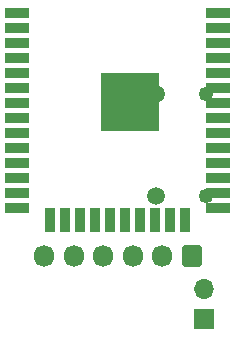
<source format=gbr>
%TF.GenerationSoftware,KiCad,Pcbnew,(6.0.2-0)*%
%TF.CreationDate,2022-02-22T20:22:38+00:00*%
%TF.ProjectId,Generic,47656e65-7269-4632-9e6b-696361645f70,6*%
%TF.SameCoordinates,Original*%
%TF.FileFunction,Soldermask,Bot*%
%TF.FilePolarity,Negative*%
%FSLAX46Y46*%
G04 Gerber Fmt 4.6, Leading zero omitted, Abs format (unit mm)*
G04 Created by KiCad (PCBNEW (6.0.2-0)) date 2022-02-22 20:22:38*
%MOMM*%
%LPD*%
G01*
G04 APERTURE LIST*
G04 Aperture macros list*
%AMRoundRect*
0 Rectangle with rounded corners*
0 $1 Rounding radius*
0 $2 $3 $4 $5 $6 $7 $8 $9 X,Y pos of 4 corners*
0 Add a 4 corners polygon primitive as box body*
4,1,4,$2,$3,$4,$5,$6,$7,$8,$9,$2,$3,0*
0 Add four circle primitives for the rounded corners*
1,1,$1+$1,$2,$3*
1,1,$1+$1,$4,$5*
1,1,$1+$1,$6,$7*
1,1,$1+$1,$8,$9*
0 Add four rect primitives between the rounded corners*
20,1,$1+$1,$2,$3,$4,$5,0*
20,1,$1+$1,$4,$5,$6,$7,0*
20,1,$1+$1,$6,$7,$8,$9,0*
20,1,$1+$1,$8,$9,$2,$3,0*%
G04 Aperture macros list end*
%ADD10C,1.500000*%
%ADD11C,1.250000*%
%ADD12R,1.700000X1.700000*%
%ADD13O,1.700000X1.700000*%
%ADD14RoundRect,0.250000X0.600000X0.675000X-0.600000X0.675000X-0.600000X-0.675000X0.600000X-0.675000X0*%
%ADD15O,1.700000X1.850000*%
%ADD16R,2.000000X0.900000*%
%ADD17R,0.900000X2.000000*%
%ADD18R,5.000000X5.000000*%
G04 APERTURE END LIST*
D10*
%TO.C,J2*%
X129965000Y-106780000D03*
D11*
X134135000Y-115420000D03*
D10*
X129965000Y-115420000D03*
D11*
X134135000Y-106780000D03*
%TD*%
D12*
%TO.C,J3*%
X134000000Y-125800000D03*
D13*
X134000000Y-123260000D03*
%TD*%
D14*
%TO.C,J1*%
X132970000Y-120500000D03*
D15*
X130470000Y-120500000D03*
X127970000Y-120500000D03*
X125470000Y-120500000D03*
X122970000Y-120500000D03*
X120470000Y-120500000D03*
%TD*%
D16*
%TO.C,U1*%
X135200000Y-99895000D03*
X135200000Y-101165000D03*
X135200000Y-102435000D03*
X135200000Y-103705000D03*
X135200000Y-104975000D03*
X135200000Y-106245000D03*
X135200000Y-107515000D03*
X135200000Y-108785000D03*
X135200000Y-110055000D03*
X135200000Y-111325000D03*
X135200000Y-112595000D03*
X135200000Y-113865000D03*
X135200000Y-115135000D03*
X135200000Y-116405000D03*
D17*
X132415000Y-117405000D03*
X131145000Y-117405000D03*
X129875000Y-117405000D03*
X128605000Y-117405000D03*
X127335000Y-117405000D03*
X126065000Y-117405000D03*
X124795000Y-117405000D03*
X123525000Y-117405000D03*
X122255000Y-117405000D03*
X120985000Y-117405000D03*
D16*
X118200000Y-116405000D03*
X118200000Y-115135000D03*
X118200000Y-113865000D03*
X118200000Y-112595000D03*
X118200000Y-111325000D03*
X118200000Y-110055000D03*
X118200000Y-108785000D03*
X118200000Y-107515000D03*
X118200000Y-106245000D03*
X118200000Y-104975000D03*
X118200000Y-103705000D03*
X118200000Y-102435000D03*
X118200000Y-101165000D03*
X118200000Y-99895000D03*
D18*
X127700000Y-107395000D03*
%TD*%
M02*

</source>
